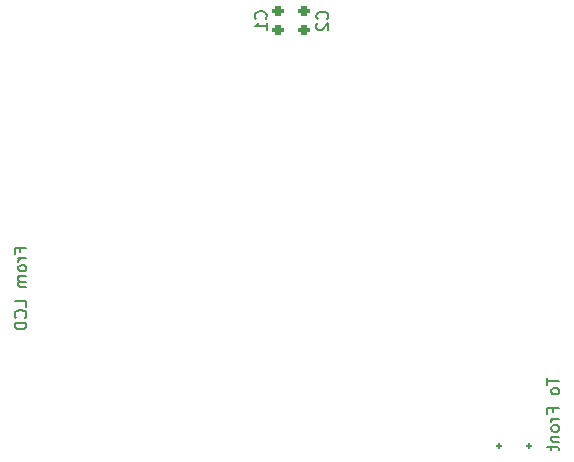
<source format=gbo>
%TF.GenerationSoftware,KiCad,Pcbnew,9.0.3*%
%TF.CreationDate,2025-09-15T23:17:30+03:00*%
%TF.ProjectId,Back,4261636b-2e6b-4696-9361-645f70636258,rev?*%
%TF.SameCoordinates,Original*%
%TF.FileFunction,Legend,Bot*%
%TF.FilePolarity,Positive*%
%FSLAX46Y46*%
G04 Gerber Fmt 4.6, Leading zero omitted, Abs format (unit mm)*
G04 Created by KiCad (PCBNEW 9.0.3) date 2025-09-15 23:17:30*
%MOMM*%
%LPD*%
G01*
G04 APERTURE LIST*
G04 Aperture macros list*
%AMRoundRect*
0 Rectangle with rounded corners*
0 $1 Rounding radius*
0 $2 $3 $4 $5 $6 $7 $8 $9 X,Y pos of 4 corners*
0 Add a 4 corners polygon primitive as box body*
4,1,4,$2,$3,$4,$5,$6,$7,$8,$9,$2,$3,0*
0 Add four circle primitives for the rounded corners*
1,1,$1+$1,$2,$3*
1,1,$1+$1,$4,$5*
1,1,$1+$1,$6,$7*
1,1,$1+$1,$8,$9*
0 Add four rect primitives between the rounded corners*
20,1,$1+$1,$2,$3,$4,$5,0*
20,1,$1+$1,$4,$5,$6,$7,0*
20,1,$1+$1,$6,$7,$8,$9,0*
20,1,$1+$1,$8,$9,$2,$3,0*%
%AMRotRect*
0 Rectangle, with rotation*
0 The origin of the aperture is its center*
0 $1 length*
0 $2 width*
0 $3 Rotation angle, in degrees counterclockwise*
0 Add horizontal line*
21,1,$1,$2,0,0,$3*%
G04 Aperture macros list end*
%ADD10C,0.150000*%
%ADD11RoundRect,0.125000X-0.125000X0.125000X-0.125000X-0.125000X0.125000X-0.125000X0.125000X0.125000X0*%
%ADD12R,0.240000X0.800000*%
%ADD13RoundRect,0.125000X0.125000X-0.125000X0.125000X0.125000X-0.125000X0.125000X-0.125000X-0.125000X0*%
%ADD14RoundRect,0.200000X-0.275000X0.200000X-0.275000X-0.200000X0.275000X-0.200000X0.275000X0.200000X0*%
%ADD15RotRect,1.000000X2.500000X120.500000*%
%ADD16C,6.800000*%
%ADD17RotRect,1.000000X2.500000X188.000000*%
%ADD18RotRect,1.000000X2.500000X165.500000*%
%ADD19RotRect,1.000000X2.500000X210.500000*%
%ADD20RotRect,1.000000X2.500000X143.000000*%
%ADD21RotRect,1.000000X2.500000X233.000000*%
%ADD22RotRect,1.000000X2.500000X67.500000*%
%ADD23RotRect,1.000000X2.500000X45.000000*%
%ADD24RotRect,1.000000X2.500000X337.500000*%
%ADD25RotRect,1.000000X2.500000X22.500000*%
%ADD26R,1.000000X2.500000*%
G04 APERTURE END LIST*
D10*
X95861009Y-85708571D02*
X95861009Y-85375238D01*
X96384819Y-85375238D02*
X95384819Y-85375238D01*
X95384819Y-85375238D02*
X95384819Y-85851428D01*
X96384819Y-86232381D02*
X95718152Y-86232381D01*
X95908628Y-86232381D02*
X95813390Y-86280000D01*
X95813390Y-86280000D02*
X95765771Y-86327619D01*
X95765771Y-86327619D02*
X95718152Y-86422857D01*
X95718152Y-86422857D02*
X95718152Y-86518095D01*
X96384819Y-86994286D02*
X96337200Y-86899048D01*
X96337200Y-86899048D02*
X96289580Y-86851429D01*
X96289580Y-86851429D02*
X96194342Y-86803810D01*
X96194342Y-86803810D02*
X95908628Y-86803810D01*
X95908628Y-86803810D02*
X95813390Y-86851429D01*
X95813390Y-86851429D02*
X95765771Y-86899048D01*
X95765771Y-86899048D02*
X95718152Y-86994286D01*
X95718152Y-86994286D02*
X95718152Y-87137143D01*
X95718152Y-87137143D02*
X95765771Y-87232381D01*
X95765771Y-87232381D02*
X95813390Y-87280000D01*
X95813390Y-87280000D02*
X95908628Y-87327619D01*
X95908628Y-87327619D02*
X96194342Y-87327619D01*
X96194342Y-87327619D02*
X96289580Y-87280000D01*
X96289580Y-87280000D02*
X96337200Y-87232381D01*
X96337200Y-87232381D02*
X96384819Y-87137143D01*
X96384819Y-87137143D02*
X96384819Y-86994286D01*
X96384819Y-87756191D02*
X95718152Y-87756191D01*
X95813390Y-87756191D02*
X95765771Y-87803810D01*
X95765771Y-87803810D02*
X95718152Y-87899048D01*
X95718152Y-87899048D02*
X95718152Y-88041905D01*
X95718152Y-88041905D02*
X95765771Y-88137143D01*
X95765771Y-88137143D02*
X95861009Y-88184762D01*
X95861009Y-88184762D02*
X96384819Y-88184762D01*
X95861009Y-88184762D02*
X95765771Y-88232381D01*
X95765771Y-88232381D02*
X95718152Y-88327619D01*
X95718152Y-88327619D02*
X95718152Y-88470476D01*
X95718152Y-88470476D02*
X95765771Y-88565715D01*
X95765771Y-88565715D02*
X95861009Y-88613334D01*
X95861009Y-88613334D02*
X96384819Y-88613334D01*
X96384819Y-90327619D02*
X96384819Y-89851429D01*
X96384819Y-89851429D02*
X95384819Y-89851429D01*
X96289580Y-91232381D02*
X96337200Y-91184762D01*
X96337200Y-91184762D02*
X96384819Y-91041905D01*
X96384819Y-91041905D02*
X96384819Y-90946667D01*
X96384819Y-90946667D02*
X96337200Y-90803810D01*
X96337200Y-90803810D02*
X96241961Y-90708572D01*
X96241961Y-90708572D02*
X96146723Y-90660953D01*
X96146723Y-90660953D02*
X95956247Y-90613334D01*
X95956247Y-90613334D02*
X95813390Y-90613334D01*
X95813390Y-90613334D02*
X95622914Y-90660953D01*
X95622914Y-90660953D02*
X95527676Y-90708572D01*
X95527676Y-90708572D02*
X95432438Y-90803810D01*
X95432438Y-90803810D02*
X95384819Y-90946667D01*
X95384819Y-90946667D02*
X95384819Y-91041905D01*
X95384819Y-91041905D02*
X95432438Y-91184762D01*
X95432438Y-91184762D02*
X95480057Y-91232381D01*
X96384819Y-91660953D02*
X95384819Y-91660953D01*
X95384819Y-91660953D02*
X95384819Y-91899048D01*
X95384819Y-91899048D02*
X95432438Y-92041905D01*
X95432438Y-92041905D02*
X95527676Y-92137143D01*
X95527676Y-92137143D02*
X95622914Y-92184762D01*
X95622914Y-92184762D02*
X95813390Y-92232381D01*
X95813390Y-92232381D02*
X95956247Y-92232381D01*
X95956247Y-92232381D02*
X96146723Y-92184762D01*
X96146723Y-92184762D02*
X96241961Y-92137143D01*
X96241961Y-92137143D02*
X96337200Y-92041905D01*
X96337200Y-92041905D02*
X96384819Y-91899048D01*
X96384819Y-91899048D02*
X96384819Y-91660953D01*
X140494819Y-96362380D02*
X140494819Y-96933808D01*
X141494819Y-96648094D02*
X140494819Y-96648094D01*
X141494819Y-97409999D02*
X141447200Y-97314761D01*
X141447200Y-97314761D02*
X141399580Y-97267142D01*
X141399580Y-97267142D02*
X141304342Y-97219523D01*
X141304342Y-97219523D02*
X141018628Y-97219523D01*
X141018628Y-97219523D02*
X140923390Y-97267142D01*
X140923390Y-97267142D02*
X140875771Y-97314761D01*
X140875771Y-97314761D02*
X140828152Y-97409999D01*
X140828152Y-97409999D02*
X140828152Y-97552856D01*
X140828152Y-97552856D02*
X140875771Y-97648094D01*
X140875771Y-97648094D02*
X140923390Y-97695713D01*
X140923390Y-97695713D02*
X141018628Y-97743332D01*
X141018628Y-97743332D02*
X141304342Y-97743332D01*
X141304342Y-97743332D02*
X141399580Y-97695713D01*
X141399580Y-97695713D02*
X141447200Y-97648094D01*
X141447200Y-97648094D02*
X141494819Y-97552856D01*
X141494819Y-97552856D02*
X141494819Y-97409999D01*
X140971009Y-99267142D02*
X140971009Y-98933809D01*
X141494819Y-98933809D02*
X140494819Y-98933809D01*
X140494819Y-98933809D02*
X140494819Y-99409999D01*
X141494819Y-99790952D02*
X140828152Y-99790952D01*
X141018628Y-99790952D02*
X140923390Y-99838571D01*
X140923390Y-99838571D02*
X140875771Y-99886190D01*
X140875771Y-99886190D02*
X140828152Y-99981428D01*
X140828152Y-99981428D02*
X140828152Y-100076666D01*
X141494819Y-100552857D02*
X141447200Y-100457619D01*
X141447200Y-100457619D02*
X141399580Y-100410000D01*
X141399580Y-100410000D02*
X141304342Y-100362381D01*
X141304342Y-100362381D02*
X141018628Y-100362381D01*
X141018628Y-100362381D02*
X140923390Y-100410000D01*
X140923390Y-100410000D02*
X140875771Y-100457619D01*
X140875771Y-100457619D02*
X140828152Y-100552857D01*
X140828152Y-100552857D02*
X140828152Y-100695714D01*
X140828152Y-100695714D02*
X140875771Y-100790952D01*
X140875771Y-100790952D02*
X140923390Y-100838571D01*
X140923390Y-100838571D02*
X141018628Y-100886190D01*
X141018628Y-100886190D02*
X141304342Y-100886190D01*
X141304342Y-100886190D02*
X141399580Y-100838571D01*
X141399580Y-100838571D02*
X141447200Y-100790952D01*
X141447200Y-100790952D02*
X141494819Y-100695714D01*
X141494819Y-100695714D02*
X141494819Y-100552857D01*
X140828152Y-101314762D02*
X141494819Y-101314762D01*
X140923390Y-101314762D02*
X140875771Y-101362381D01*
X140875771Y-101362381D02*
X140828152Y-101457619D01*
X140828152Y-101457619D02*
X140828152Y-101600476D01*
X140828152Y-101600476D02*
X140875771Y-101695714D01*
X140875771Y-101695714D02*
X140971009Y-101743333D01*
X140971009Y-101743333D02*
X141494819Y-101743333D01*
X140828152Y-102076667D02*
X140828152Y-102457619D01*
X140494819Y-102219524D02*
X141351961Y-102219524D01*
X141351961Y-102219524D02*
X141447200Y-102267143D01*
X141447200Y-102267143D02*
X141494819Y-102362381D01*
X141494819Y-102362381D02*
X141494819Y-102457619D01*
X121849580Y-65953333D02*
X121897200Y-65905714D01*
X121897200Y-65905714D02*
X121944819Y-65762857D01*
X121944819Y-65762857D02*
X121944819Y-65667619D01*
X121944819Y-65667619D02*
X121897200Y-65524762D01*
X121897200Y-65524762D02*
X121801961Y-65429524D01*
X121801961Y-65429524D02*
X121706723Y-65381905D01*
X121706723Y-65381905D02*
X121516247Y-65334286D01*
X121516247Y-65334286D02*
X121373390Y-65334286D01*
X121373390Y-65334286D02*
X121182914Y-65381905D01*
X121182914Y-65381905D02*
X121087676Y-65429524D01*
X121087676Y-65429524D02*
X120992438Y-65524762D01*
X120992438Y-65524762D02*
X120944819Y-65667619D01*
X120944819Y-65667619D02*
X120944819Y-65762857D01*
X120944819Y-65762857D02*
X120992438Y-65905714D01*
X120992438Y-65905714D02*
X121040057Y-65953333D01*
X121040057Y-66334286D02*
X120992438Y-66381905D01*
X120992438Y-66381905D02*
X120944819Y-66477143D01*
X120944819Y-66477143D02*
X120944819Y-66715238D01*
X120944819Y-66715238D02*
X120992438Y-66810476D01*
X120992438Y-66810476D02*
X121040057Y-66858095D01*
X121040057Y-66858095D02*
X121135295Y-66905714D01*
X121135295Y-66905714D02*
X121230533Y-66905714D01*
X121230533Y-66905714D02*
X121373390Y-66858095D01*
X121373390Y-66858095D02*
X121944819Y-66286667D01*
X121944819Y-66286667D02*
X121944819Y-66905714D01*
X116639580Y-65923333D02*
X116687200Y-65875714D01*
X116687200Y-65875714D02*
X116734819Y-65732857D01*
X116734819Y-65732857D02*
X116734819Y-65637619D01*
X116734819Y-65637619D02*
X116687200Y-65494762D01*
X116687200Y-65494762D02*
X116591961Y-65399524D01*
X116591961Y-65399524D02*
X116496723Y-65351905D01*
X116496723Y-65351905D02*
X116306247Y-65304286D01*
X116306247Y-65304286D02*
X116163390Y-65304286D01*
X116163390Y-65304286D02*
X115972914Y-65351905D01*
X115972914Y-65351905D02*
X115877676Y-65399524D01*
X115877676Y-65399524D02*
X115782438Y-65494762D01*
X115782438Y-65494762D02*
X115734819Y-65637619D01*
X115734819Y-65637619D02*
X115734819Y-65732857D01*
X115734819Y-65732857D02*
X115782438Y-65875714D01*
X115782438Y-65875714D02*
X115830057Y-65923333D01*
X116734819Y-66875714D02*
X116734819Y-66304286D01*
X116734819Y-66590000D02*
X115734819Y-66590000D01*
X115734819Y-66590000D02*
X115877676Y-66494762D01*
X115877676Y-66494762D02*
X115972914Y-66399524D01*
X115972914Y-66399524D02*
X116020533Y-66304286D01*
%LPC*%
D11*
%TO.C,J5*%
X93170000Y-88860000D03*
X89530000Y-88870000D03*
D12*
X90350000Y-91360000D03*
X90750000Y-91360000D03*
X91150000Y-91360000D03*
X91550000Y-91360000D03*
X91950000Y-91360000D03*
X92350000Y-91360000D03*
%TD*%
D13*
%TO.C,J2*%
X136420000Y-102095000D03*
X138900000Y-102095000D03*
D12*
X138460000Y-100545000D03*
X138060000Y-100545000D03*
X137660000Y-100545000D03*
X137260000Y-100545000D03*
X136860000Y-100545000D03*
%TD*%
D14*
%TO.C,C2*%
X119850000Y-65270000D03*
X119850000Y-66920000D03*
%TD*%
D15*
%TO.C,SW12*%
X196020000Y-70330000D03*
D16*
X200000000Y-68000000D03*
D17*
X200700000Y-72700000D03*
D18*
X198810000Y-72600000D03*
D19*
X202400000Y-72100000D03*
D20*
X197130000Y-71790000D03*
D21*
X203780000Y-70880000D03*
D22*
X195620000Y-66130000D03*
D23*
X196660000Y-64610000D03*
D24*
X201840000Y-63610000D03*
D25*
X198190000Y-63600000D03*
D26*
X199970000Y-63240000D03*
%TD*%
D14*
%TO.C,C1*%
X117710000Y-65270000D03*
X117710000Y-66920000D03*
%TD*%
%LPD*%
M02*

</source>
